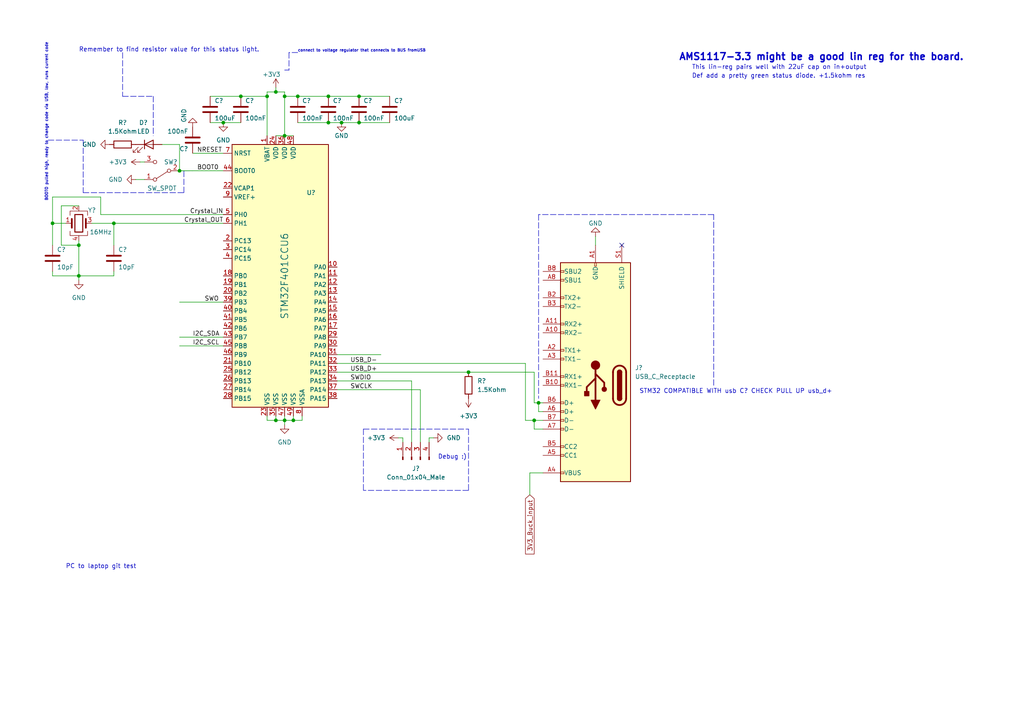
<source format=kicad_sch>
(kicad_sch (version 20211123) (generator eeschema)
  (paper "A4")
  (lib_symbols
    (symbol "Connector:Conn_01x04_Male" (pin_names (offset 1.016) hide)
      (property "Reference" "J" (at 0 5.08 0))
      (property "Value" "Conn_01x04_Male" (at 0 -7.62 0))
      (symbol "Conn_01x04_Male_1_1"
        (polyline (pts (xy 1.27 -5.08) (xy 0.8636 -5.08)) (stroke (width 0.1524)))
        (polyline (pts (xy 1.27 -2.54) (xy 0.8636 -2.54)) (stroke (width 0.1524)))
        (polyline (pts (xy 1.27 0) (xy 0.8636 0)) (stroke (width 0.1524)))
        (polyline (pts (xy 1.27 2.54) (xy 0.8636 2.54)) (stroke (width 0.1524)))
        (rectangle (start 0.8636 -4.953) (end 0 -5.207) (stroke (width 0.1524)) (fill (type outline)))
        (rectangle (start 0.8636 -2.413) (end 0 -2.667) (stroke (width 0.1524)) (fill (type outline)))
        (rectangle (start 0.8636 0.127) (end 0 -0.127) (stroke (width 0.1524)) (fill (type outline)))
        (rectangle (start 0.8636 2.667) (end 0 2.413) (stroke (width 0.1524)) (fill (type outline)))
        (pin passive line (at 5.08 2.54 180) (length 3.81) (name "Pin_1") (number "1"))
        (pin passive line (at 5.08 0 180) (length 3.81) (name "Pin_2") (number "2"))
        (pin passive line (at 5.08 -2.54 180) (length 3.81) (name "Pin_3") (number "3"))
        (pin passive line (at 5.08 -5.08 180) (length 3.81) (name "Pin_4") (number "4"))
      )
    )
    (symbol "Connector:USB_C_Receptacle" (pin_names (offset 1.016))
      (property "Reference" "J" (at -10.16 29.21 0))
      (property "Value" "USB_C_Receptacle" (at 10.16 29.21 0))
      (symbol "USB_C_Receptacle_0_0"
        (rectangle (start -0.254 -35.56) (end 0.254 -34.544))
        (rectangle (start 10.16 -32.766) (end 9.144 -33.274))
        (rectangle (start 10.16 -30.226) (end 9.144 -30.734))
        (rectangle (start 10.16 -25.146) (end 9.144 -25.654))
        (rectangle (start 10.16 -22.606) (end 9.144 -23.114))
        (rectangle (start 10.16 -17.526) (end 9.144 -18.034))
        (rectangle (start 10.16 -14.986) (end 9.144 -15.494))
        (rectangle (start 10.16 -9.906) (end 9.144 -10.414))
        (rectangle (start 10.16 -7.366) (end 9.144 -7.874))
        (rectangle (start 10.16 -2.286) (end 9.144 -2.794))
        (rectangle (start 10.16 0.254) (end 9.144 -0.254))
        (rectangle (start 10.16 5.334) (end 9.144 4.826))
        (rectangle (start 10.16 7.874) (end 9.144 7.366))
        (rectangle (start 10.16 10.414) (end 9.144 9.906))
        (rectangle (start 10.16 12.954) (end 9.144 12.446))
        (rectangle (start 10.16 18.034) (end 9.144 17.526))
        (rectangle (start 10.16 20.574) (end 9.144 20.066))
        (rectangle (start 10.16 25.654) (end 9.144 25.146))
      )
      (symbol "USB_C_Receptacle_0_1"
        (rectangle (start -10.16 27.94) (end 10.16 -35.56) (stroke (width 0.254)) (fill (type background)))
        (arc (start -8.89 -3.81) (mid -6.985 -5.715) (end -5.08 -3.81) (stroke (width 0.508)))
        (arc (start -7.62 -3.81) (mid -6.985 -4.445) (end -6.35 -3.81) (stroke (width 0.254)))
        (arc (start -7.62 -3.81) (mid -6.985 -4.445) (end -6.35 -3.81) (stroke (width 0.254)) (fill (type outline)))
        (rectangle (start -7.62 -3.81) (end -6.35 3.81) (stroke (width 0.254)) (fill (type outline)))
        (arc (start -6.35 3.81) (mid -6.985 4.445) (end -7.62 3.81) (stroke (width 0.254)))
        (arc (start -6.35 3.81) (mid -6.985 4.445) (end -7.62 3.81) (stroke (width 0.254)) (fill (type outline)))
        (arc (start -5.08 3.81) (mid -6.985 5.715) (end -8.89 3.81) (stroke (width 0.508)))
        (polyline (pts (xy -8.89 -3.81) (xy -8.89 3.81)) (stroke (width 0.508)))
        (polyline (pts (xy -5.08 3.81) (xy -5.08 -3.81)) (stroke (width 0.508)))
      )
      (symbol "USB_C_Receptacle_1_1"
        (circle (center -2.54 1.143) (radius 0.635) (stroke (width 0.254)) (fill (type outline)))
        (circle (center 0 -5.842) (radius 1.27) (fill (type outline)))
        (polyline (pts (xy 0 -5.842) (xy 0 4.318)) (stroke (width 0.508)))
        (polyline (pts (xy 0 -3.302) (xy -2.54 -0.762) (xy -2.54 0.508)) (stroke (width 0.508)))
        (polyline (pts (xy 0 -2.032) (xy 2.54 0.508) (xy 2.54 1.778)) (stroke (width 0.508)))
        (polyline (pts (xy -1.27 4.318) (xy 0 6.858) (xy 1.27 4.318) (xy -1.27 4.318)) (stroke (width 0.254)) (fill (type outline)))
        (rectangle (start 1.905 1.778) (end 3.175 3.048) (stroke (width 0.254)) (fill (type outline)))
        (pin passive line (at 0 -40.64 90) (length 5.08) (name "GND") (number "A1"))
        (pin bidirectional line (at 15.24 -15.24 180) (length 5.08) (name "RX2-") (number "A10"))
        (pin bidirectional line (at 15.24 -17.78 180) (length 5.08) (name "RX2+") (number "A11"))
        (pin passive line (at 0 -40.64 90) (length 5.08) hide (name "GND") (number "A12"))
        (pin bidirectional line (at 15.24 -10.16 180) (length 5.08) (name "TX1+") (number "A2"))
        (pin bidirectional line (at 15.24 -7.62 180) (length 5.08) (name "TX1-") (number "A3"))
        (pin passive line (at 15.24 25.4 180) (length 5.08) (name "VBUS") (number "A4"))
        (pin bidirectional line (at 15.24 20.32 180) (length 5.08) (name "CC1") (number "A5"))
        (pin bidirectional line (at 15.24 7.62 180) (length 5.08) (name "D+") (number "A6"))
        (pin bidirectional line (at 15.24 12.7 180) (length 5.08) (name "D-") (number "A7"))
        (pin bidirectional line (at 15.24 -30.48 180) (length 5.08) (name "SBU1") (number "A8"))
        (pin passive line (at 15.24 25.4 180) (length 5.08) hide (name "VBUS") (number "A9"))
        (pin passive line (at 0 -40.64 90) (length 5.08) hide (name "GND") (number "B1"))
        (pin bidirectional line (at 15.24 0 180) (length 5.08) (name "RX1-") (number "B10"))
        (pin bidirectional line (at 15.24 -2.54 180) (length 5.08) (name "RX1+") (number "B11"))
        (pin passive line (at 0 -40.64 90) (length 5.08) hide (name "GND") (number "B12"))
        (pin bidirectional line (at 15.24 -25.4 180) (length 5.08) (name "TX2+") (number "B2"))
        (pin bidirectional line (at 15.24 -22.86 180) (length 5.08) (name "TX2-") (number "B3"))
        (pin passive line (at 15.24 25.4 180) (length 5.08) hide (name "VBUS") (number "B4"))
        (pin bidirectional line (at 15.24 17.78 180) (length 5.08) (name "CC2") (number "B5"))
        (pin bidirectional line (at 15.24 5.08 180) (length 5.08) (name "D+") (number "B6"))
        (pin bidirectional line (at 15.24 10.16 180) (length 5.08) (name "D-") (number "B7"))
        (pin bidirectional line (at 15.24 -33.02 180) (length 5.08) (name "SBU2") (number "B8"))
        (pin passive line (at 15.24 25.4 180) (length 5.08) hide (name "VBUS") (number "B9"))
        (pin passive line (at -7.62 -40.64 90) (length 5.08) (name "SHIELD") (number "S1"))
      )
    )
    (symbol "Device:C" (pin_numbers hide) (pin_names (offset 0.254))
      (property "Reference" "C" (at 0.635 2.54 0))
      (property "Value" "C" (at 0.635 -2.54 0))
      (symbol "C_0_1"
        (polyline (pts (xy -2.032 -0.762) (xy 2.032 -0.762)) (stroke (width 0.508)))
        (polyline (pts (xy -2.032 0.762) (xy 2.032 0.762)) (stroke (width 0.508)))
      )
      (symbol "C_1_1"
        (pin passive line (at 0 3.81 270) (length 2.794) (name "~") (number "1"))
        (pin passive line (at 0 -3.81 90) (length 2.794) (name "~") (number "2"))
      )
    )
    (symbol "Device:Crystal_GND24" (pin_names (offset 1.016) hide)
      (property "Reference" "Y" (at 3.175 5.08 0))
      (property "Value" "Crystal_GND24" (at 3.175 3.175 0))
      (symbol "Crystal_GND24_0_1"
        (rectangle (start -1.143 2.54) (end 1.143 -2.54) (stroke (width 0.3048)))
        (polyline (pts (xy -2.54 0) (xy -2.032 0)))
        (polyline (pts (xy -2.032 -1.27) (xy -2.032 1.27)) (stroke (width 0.508)))
        (polyline (pts (xy 0 -3.81) (xy 0 -3.556)))
        (polyline (pts (xy 0 3.556) (xy 0 3.81)))
        (polyline (pts (xy 2.032 -1.27) (xy 2.032 1.27)) (stroke (width 0.508)))
        (polyline (pts (xy 2.032 0) (xy 2.54 0)))
        (polyline (pts (xy -2.54 -2.286) (xy -2.54 -3.556) (xy 2.54 -3.556) (xy 2.54 -2.286)))
        (polyline (pts (xy -2.54 2.286) (xy -2.54 3.556) (xy 2.54 3.556) (xy 2.54 2.286)))
      )
      (symbol "Crystal_GND24_1_1"
        (pin passive line (at -3.81 0 0) (length 1.27) (name "1") (number "1"))
        (pin passive line (at 0 5.08 270) (length 1.27) (name "2") (number "2"))
        (pin passive line (at 3.81 0 180) (length 1.27) (name "3") (number "3"))
        (pin passive line (at 0 -5.08 90) (length 1.27) (name "4") (number "4"))
      )
    )
    (symbol "Device:LED" (pin_numbers hide) (pin_names (offset 1.016) hide)
      (property "Reference" "D" (at 0 2.54 0))
      (property "Value" "LED" (at 0 -2.54 0))
      (symbol "LED_0_1"
        (polyline (pts (xy -1.27 -1.27) (xy -1.27 1.27)) (stroke (width 0.254)))
        (polyline (pts (xy -1.27 0) (xy 1.27 0)))
        (polyline (pts (xy 1.27 -1.27) (xy 1.27 1.27) (xy -1.27 0) (xy 1.27 -1.27)) (stroke (width 0.254)))
        (polyline (pts (xy -3.048 -0.762) (xy -4.572 -2.286) (xy -3.81 -2.286) (xy -4.572 -2.286) (xy -4.572 -1.524)))
        (polyline (pts (xy -1.778 -0.762) (xy -3.302 -2.286) (xy -2.54 -2.286) (xy -3.302 -2.286) (xy -3.302 -1.524)))
      )
      (symbol "LED_1_1"
        (pin passive line (at -3.81 0 0) (length 2.54) (name "K") (number "1"))
        (pin passive line (at 3.81 0 180) (length 2.54) (name "A") (number "2"))
      )
    )
    (symbol "Device:R" (pin_numbers hide) (pin_names (offset 0))
      (property "Reference" "R" (at 2.032 0 90))
      (property "Value" "R" (at 0 0 90))
      (symbol "R_0_1"
        (rectangle (start -1.016 -2.54) (end 1.016 2.54) (stroke (width 0.254)))
      )
      (symbol "R_1_1"
        (pin passive line (at 0 3.81 270) (length 1.27) (name "~") (number "1"))
        (pin passive line (at 0 -3.81 90) (length 1.27) (name "~") (number "2"))
      )
    )
    (symbol "MCU_ST_STM32F4:STM32F401CCUx"
      (property "Reference" "U" (at -15.24 39.37 0))
      (property "Value" "STM32F401CCUx" (at 5.08 39.37 0))
      (symbol "STM32F401CCUx_0_1"
        (rectangle (start -15.24 -38.1) (end 12.7 38.1) (stroke (width 0.254)) (fill (type background)))
      )
      (symbol "STM32F401CCUx_1_1"
        (pin power_in line (at -5.08 40.64 270) (length 2.54) (name "VBAT") (number "1"))
        (pin bidirectional line (at 15.24 2.54 180) (length 2.54) (name "PA0") (number "10"))
        (pin bidirectional line (at 15.24 0 180) (length 2.54) (name "PA1") (number "11"))
        (pin bidirectional line (at 15.24 -2.54 180) (length 2.54) (name "PA2") (number "12"))
        (pin bidirectional line (at 15.24 -5.08 180) (length 2.54) (name "PA3") (number "13"))
        (pin bidirectional line (at 15.24 -7.62 180) (length 2.54) (name "PA4") (number "14"))
        (pin bidirectional line (at 15.24 -10.16 180) (length 2.54) (name "PA5") (number "15"))
        (pin bidirectional line (at 15.24 -12.7 180) (length 2.54) (name "PA6") (number "16"))
        (pin bidirectional line (at 15.24 -15.24 180) (length 2.54) (name "PA7") (number "17"))
        (pin bidirectional line (at -17.78 0 0) (length 2.54) (name "PB0") (number "18"))
        (pin bidirectional line (at -17.78 -2.54 0) (length 2.54) (name "PB1") (number "19"))
        (pin bidirectional line (at -17.78 10.16 0) (length 2.54) (name "PC13") (number "2"))
        (pin bidirectional line (at -17.78 -5.08 0) (length 2.54) (name "PB2") (number "20"))
        (pin bidirectional line (at -17.78 -25.4 0) (length 2.54) (name "PB10") (number "21"))
        (pin power_in line (at -17.78 25.4 0) (length 2.54) (name "VCAP1") (number "22"))
        (pin power_in line (at -5.08 -40.64 90) (length 2.54) (name "VSS") (number "23"))
        (pin power_in line (at -2.54 40.64 270) (length 2.54) (name "VDD") (number "24"))
        (pin bidirectional line (at -17.78 -27.94 0) (length 2.54) (name "PB12") (number "25"))
        (pin bidirectional line (at -17.78 -30.48 0) (length 2.54) (name "PB13") (number "26"))
        (pin bidirectional line (at -17.78 -33.02 0) (length 2.54) (name "PB14") (number "27"))
        (pin bidirectional line (at -17.78 -35.56 0) (length 2.54) (name "PB15") (number "28"))
        (pin bidirectional line (at 15.24 -17.78 180) (length 2.54) (name "PA8") (number "29"))
        (pin bidirectional line (at -17.78 7.62 0) (length 2.54) (name "PC14") (number "3"))
        (pin bidirectional line (at 15.24 -20.32 180) (length 2.54) (name "PA9") (number "30"))
        (pin bidirectional line (at 15.24 -22.86 180) (length 2.54) (name "PA10") (number "31"))
        (pin bidirectional line (at 15.24 -25.4 180) (length 2.54) (name "PA11") (number "32"))
        (pin bidirectional line (at 15.24 -27.94 180) (length 2.54) (name "PA12") (number "33"))
        (pin bidirectional line (at 15.24 -30.48 180) (length 2.54) (name "PA13") (number "34"))
        (pin power_in line (at -2.54 -40.64 90) (length 2.54) (name "VSS") (number "35"))
        (pin power_in line (at 0 40.64 270) (length 2.54) (name "VDD") (number "36"))
        (pin bidirectional line (at 15.24 -33.02 180) (length 2.54) (name "PA14") (number "37"))
        (pin bidirectional line (at 15.24 -35.56 180) (length 2.54) (name "PA15") (number "38"))
        (pin bidirectional line (at -17.78 -7.62 0) (length 2.54) (name "PB3") (number "39"))
        (pin bidirectional line (at -17.78 5.08 0) (length 2.54) (name "PC15") (number "4"))
        (pin bidirectional line (at -17.78 -10.16 0) (length 2.54) (name "PB4") (number "40"))
        (pin bidirectional line (at -17.78 -12.7 0) (length 2.54) (name "PB5") (number "41"))
        (pin bidirectional line (at -17.78 -15.24 0) (length 2.54) (name "PB6") (number "42"))
        (pin bidirectional line (at -17.78 -17.78 0) (length 2.54) (name "PB7") (number "43"))
        (pin input line (at -17.78 30.48 0) (length 2.54) (name "BOOT0") (number "44"))
        (pin bidirectional line (at -17.78 -20.32 0) (length 2.54) (name "PB8") (number "45"))
        (pin bidirectional line (at -17.78 -22.86 0) (length 2.54) (name "PB9") (number "46"))
        (pin power_in line (at 0 -40.64 90) (length 2.54) (name "VSS") (number "47"))
        (pin power_in line (at 2.54 40.64 270) (length 2.54) (name "VDD") (number "48"))
        (pin power_in line (at 2.54 -40.64 90) (length 2.54) (name "VSS") (number "49"))
        (pin input line (at -17.78 17.78 0) (length 2.54) (name "PH0") (number "5"))
        (pin input line (at -17.78 15.24 0) (length 2.54) (name "PH1") (number "6"))
        (pin input line (at -17.78 35.56 0) (length 2.54) (name "NRST") (number "7"))
        (pin power_in line (at 5.08 -40.64 90) (length 2.54) (name "VSSA") (number "8"))
        (pin power_in line (at -17.78 22.86 0) (length 2.54) (name "VREF+") (number "9"))
      )
    )
    (symbol "Switch:SW_SPDT" (pin_names (offset 0) hide)
      (property "Reference" "SW" (at 0 4.318 0))
      (property "Value" "SW_SPDT" (at 0 -5.08 0))
      (symbol "SW_SPDT_0_0"
        (circle (center -2.032 0) (radius 0.508))
        (circle (center 2.032 -2.54) (radius 0.508))
      )
      (symbol "SW_SPDT_0_1"
        (polyline (pts (xy -1.524 0.254) (xy 1.651 2.286)))
        (circle (center 2.032 2.54) (radius 0.508))
      )
      (symbol "SW_SPDT_1_1"
        (pin passive line (at 5.08 2.54 180) (length 2.54) (name "A") (number "1"))
        (pin passive line (at -5.08 0 0) (length 2.54) (name "B") (number "2"))
        (pin passive line (at 5.08 -2.54 180) (length 2.54) (name "C") (number "3"))
      )
    )
    (symbol "power:+3V3" (power) (pin_names (offset 0))
      (property "Value" "+3V3" (at 0 3.556 0))
      (symbol "+3V3_0_1"
        (polyline (pts (xy -0.762 1.27) (xy 0 2.54)))
        (polyline (pts (xy 0 0) (xy 0 2.54)))
        (polyline (pts (xy 0 2.54) (xy 0.762 1.27)))
      )
      (symbol "+3V3_1_1"
        (pin power_in line (at 0 0 90) (length 0) hide (name "+3V3") (number "1"))
      )
    )
    (symbol "power:GND" (power) (pin_names (offset 0))
      (property "Value" "GND" (at 0 -3.81 0))
      (symbol "GND_0_1"
        (polyline (pts (xy 0 0) (xy 0 -1.27) (xy 1.27 -1.27) (xy 0 -2.54) (xy -1.27 -1.27) (xy 0 -1.27)))
      )
      (symbol "GND_1_1"
        (pin power_in line (at 0 0 270) (length 0) hide (name "GND") (number "1"))
      )
    )
  )
  (junction (at 15.24 64.77))
  (junction (at 86.36 27.94))
  (junction (at 82.55 121.92))
  (junction (at 82.55 39.37))
  (junction (at 64.77 35.56))
  (junction (at 52.07 49.53))
  (junction (at 104.14 27.94))
  (junction (at 22.86 80.01))
  (junction (at 77.47 27.94))
  (junction (at 80.01 26.67))
  (junction (at 33.02 64.77))
  (junction (at 69.85 27.94))
  (junction (at 22.86 71.12))
  (junction (at 80.01 121.92))
  (junction (at 156.21 116.84))
  (junction (at 95.25 27.94))
  (junction (at 82.55 27.94))
  (junction (at 135.89 107.95))
  (junction (at 104.14 35.56))
  (junction (at 85.09 121.92))
  (junction (at 95.25 35.56))
  (junction (at 99.06 35.56))
  (junction (at 154.94 121.92))
  (no_connect (at 180.34 71.12))
  (wire (pts (xy 95.25 35.56) (xy 99.06 35.56)))
  (wire (pts (xy 29.21 62.23) (xy 64.77 62.23)))
  (wire (pts (xy 80.01 25.4) (xy 80.01 26.67)))
  (wire (pts (xy 104.14 35.56) (xy 113.03 35.56)))
  (polyline (pts (xy 35.56 15.24) (xy 35.56 27.94)))
  (polyline (pts (xy 24.13 40.64) (xy 24.13 55.88)))
  (polyline (pts (xy 135.89 142.24) (xy 105.41 142.24)))
  (wire (pts (xy 156.21 119.38) (xy 157.48 119.38)))
  (wire (pts (xy 82.55 123.19) (xy 82.55 121.92)))
  (wire (pts (xy 82.55 27.94) (xy 86.36 27.94)))
  (wire (pts (xy 33.02 64.77) (xy 64.77 64.77)))
  (polyline (pts (xy 82.55 20.32) (xy 83.82 20.32)))
  (wire (pts (xy 15.24 64.77) (xy 15.24 71.12)))
  (polyline (pts (xy 13.97 40.64) (xy 24.13 40.64)))
  (wire (pts (xy 52.07 87.63) (xy 64.77 87.63)))
  (wire (pts (xy 153.67 137.16) (xy 153.67 143.51)))
  (wire (pts (xy 154.94 116.84) (xy 156.21 116.84)))
  (wire (pts (xy 77.47 121.92) (xy 80.01 121.92)))
  (polyline (pts (xy 207.01 111.76) (xy 207.01 62.23)))
  (wire (pts (xy 77.47 27.94) (xy 77.47 39.37)))
  (wire (pts (xy 22.86 80.01) (xy 33.02 80.01)))
  (wire (pts (xy 77.47 120.65) (xy 77.47 121.92)))
  (wire (pts (xy 39.37 52.07) (xy 41.91 52.07)))
  (wire (pts (xy 15.24 78.74) (xy 15.24 80.01)))
  (wire (pts (xy 85.09 120.65) (xy 85.09 121.92)))
  (wire (pts (xy 157.48 137.16) (xy 153.67 137.16)))
  (wire (pts (xy 154.94 107.95) (xy 154.94 116.84)))
  (wire (pts (xy 87.63 120.65) (xy 87.63 121.92)))
  (wire (pts (xy 77.47 26.67) (xy 77.47 27.94)))
  (polyline (pts (xy 207.01 62.23) (xy 156.21 62.23)))
  (wire (pts (xy 154.94 121.92) (xy 154.94 124.46)))
  (wire (pts (xy 119.38 110.49) (xy 119.38 128.27)))
  (wire (pts (xy 99.06 35.56) (xy 104.14 35.56)))
  (polyline (pts (xy 35.56 27.94) (xy 44.45 27.94)))
  (wire (pts (xy 22.86 80.01) (xy 22.86 81.28)))
  (wire (pts (xy 85.09 121.92) (xy 82.55 121.92)))
  (wire (pts (xy 60.96 35.56) (xy 64.77 35.56)))
  (polyline (pts (xy 105.41 124.46) (xy 135.89 124.46)))
  (wire (pts (xy 80.01 120.65) (xy 80.01 121.92)))
  (wire (pts (xy 97.79 113.03) (xy 121.92 113.03)))
  (wire (pts (xy 115.57 127) (xy 116.84 127)))
  (wire (pts (xy 87.63 121.92) (xy 85.09 121.92)))
  (polyline (pts (xy 135.89 124.46) (xy 135.89 142.24)))
  (wire (pts (xy 52.07 100.33) (xy 64.77 100.33)))
  (polyline (pts (xy 83.82 15.24) (xy 83.82 20.32)))
  (wire (pts (xy 86.36 27.94) (xy 95.25 27.94)))
  (wire (pts (xy 152.4 105.41) (xy 152.4 121.92)))
  (wire (pts (xy 29.21 62.23) (xy 29.21 57.15)))
  (wire (pts (xy 97.79 110.49) (xy 119.38 110.49)))
  (polyline (pts (xy 86.36 15.24) (xy 83.82 15.24)))
  (wire (pts (xy 82.55 39.37) (xy 85.09 39.37)))
  (wire (pts (xy 52.07 49.53) (xy 64.77 49.53)))
  (wire (pts (xy 15.24 80.01) (xy 22.86 80.01)))
  (wire (pts (xy 124.46 127) (xy 125.73 127)))
  (wire (pts (xy 33.02 64.77) (xy 33.02 71.12)))
  (wire (pts (xy 104.14 27.94) (xy 113.03 27.94)))
  (wire (pts (xy 55.88 44.45) (xy 64.77 44.45)))
  (polyline (pts (xy 156.21 62.23) (xy 156.21 115.57)))
  (wire (pts (xy 15.24 64.77) (xy 19.05 64.77)))
  (wire (pts (xy 97.79 107.95) (xy 135.89 107.95)))
  (wire (pts (xy 60.96 27.94) (xy 69.85 27.94)))
  (wire (pts (xy 15.24 57.15) (xy 15.24 64.77)))
  (wire (pts (xy 22.86 69.85) (xy 22.86 71.12)))
  (wire (pts (xy 52.07 97.79) (xy 64.77 97.79)))
  (wire (pts (xy 26.67 64.77) (xy 33.02 64.77)))
  (wire (pts (xy 46.99 41.91) (xy 52.07 41.91)))
  (wire (pts (xy 80.01 39.37) (xy 82.55 39.37)))
  (wire (pts (xy 156.21 116.84) (xy 157.48 116.84)))
  (wire (pts (xy 22.86 71.12) (xy 22.86 80.01)))
  (wire (pts (xy 22.86 59.69) (xy 17.78 59.69)))
  (wire (pts (xy 154.94 121.92) (xy 157.48 121.92)))
  (polyline (pts (xy 44.45 27.94) (xy 44.45 39.37)))
  (wire (pts (xy 33.02 80.01) (xy 33.02 78.74)))
  (wire (pts (xy 95.25 27.94) (xy 104.14 27.94)))
  (wire (pts (xy 77.47 26.67) (xy 80.01 26.67)))
  (wire (pts (xy 135.89 107.95) (xy 154.94 107.95)))
  (polyline (pts (xy 53.34 49.53) (xy 55.88 49.53)))
  (wire (pts (xy 80.01 26.67) (xy 82.55 26.67)))
  (wire (pts (xy 52.07 41.91) (xy 52.07 49.53)))
  (wire (pts (xy 97.79 102.87) (xy 110.49 102.87)))
  (wire (pts (xy 29.21 57.15) (xy 15.24 57.15)))
  (wire (pts (xy 82.55 27.94) (xy 82.55 39.37)))
  (wire (pts (xy 97.79 105.41) (xy 152.4 105.41)))
  (wire (pts (xy 82.55 26.67) (xy 82.55 27.94)))
  (wire (pts (xy 69.85 27.94) (xy 77.47 27.94)))
  (polyline (pts (xy 53.34 55.88) (xy 53.34 49.53)))
  (wire (pts (xy 172.72 68.58) (xy 172.72 71.12)))
  (wire (pts (xy 64.77 35.56) (xy 69.85 35.56)))
  (wire (pts (xy 156.21 116.84) (xy 156.21 119.38)))
  (wire (pts (xy 121.92 113.03) (xy 121.92 128.27)))
  (wire (pts (xy 17.78 59.69) (xy 17.78 71.12)))
  (wire (pts (xy 116.84 128.27) (xy 116.84 127)))
  (wire (pts (xy 152.4 121.92) (xy 154.94 121.92)))
  (wire (pts (xy 17.78 71.12) (xy 22.86 71.12)))
  (wire (pts (xy 82.55 120.65) (xy 82.55 121.92)))
  (wire (pts (xy 80.01 121.92) (xy 82.55 121.92)))
  (wire (pts (xy 124.46 128.27) (xy 124.46 127)))
  (wire (pts (xy 40.64 46.99) (xy 41.91 46.99)))
  (wire (pts (xy 86.36 35.56) (xy 95.25 35.56)))
  (polyline (pts (xy 105.41 124.46) (xy 105.41 142.24)))
  (wire (pts (xy 154.94 124.46) (xy 157.48 124.46)))
  (polyline (pts (xy 24.13 55.88) (xy 53.34 55.88)))
  (text "Def add a pretty green status diode. +1.5kohm res" (at 200.66 22.86 0) (effects (font (size 1.27 1.27)) (justify left bottom)))
  (text "Debug :)" (at 127 133.35 0) (effects (font (size 1.27 1.27)) (justify left bottom)))
  (text "STM32 COMPATIBLE WITH usb C? CHECK PULL UP usb_d+" (at 185.42 114.3 0) (effects (font (size 1.27 1.27)) (justify left bottom)))
  (text "PC to laptop git test" (at 19.05 165.1 0) (effects (font (size 1.27 1.27)) (justify left bottom)))
  (text "This lin-reg pairs well with 22uF cap on in+output" (at 200.66 20.32 0) (effects (font (size 1.27 1.27)) (justify left bottom)))
  (text "BOOTO pulled high, ready to change code via USB, low, runs current code" (at 13.97 58.42 90) (effects (font (size 0.8 0.8)) (justify left bottom)))
  (text "AMS1117-3.3 might be a good lin reg for the board." (at 196.85 17.78 0) (effects (font (size 2 2) (thickness 0.4) bold) (justify left bottom)))
  (text "connect to voltage regulator that connects to BUS fromUSB " (at 86.36 15.24 0) (effects (font (size 0.8 0.8)) (justify left bottom)))
  (text "Remember to find resistor value for this status light." (at 22.86 15.24 0) (effects (font (size 1.27 1.27)) (justify left bottom)))
  (label "I2C_SCL" (at 55.88 100.33 0))
  (label "USB_D-" (at 101.6 105.41 0))
  (label "BOOT0" (at 57.15 49.53 0))
  (label "Crystal_OUT" (at 64.77 64.77 180))
  (label "SWO" (at 63.5 87.63 180))
  (label "USB_D+" (at 101.6 107.95 0))
  (label "SWCLK" (at 101.6 113.03 0))
  (label "NRESET" (at 57.15 44.45 0))
  (label "Crystal_IN" (at 64.77 62.23 180))
  (label "SWDIO" (at 101.6 110.49 0))
  (label "I2C_SDA" (at 55.88 97.79 0))
  (global_label "3V3_Buck_input" (shape input) (at 153.67 143.51 270) (property "Intersheet References" "${INTERSHEET_REFS}" (effects hide)))
  (symbol (lib_id "Connector:USB_C_Receptacle") (at 172.72 111.76 180) (unit 1)
    (property "Reference" "J?" (at 184.15 106.6799 0) (effects (justify right)))
    (property "Value" "USB_C_Receptacle" (at 184.15 109.2199 0) (effects (justify right)))
    (property "Datasheet" "https://www.usb.org/sites/default/files/documents/usb_type-c.zip" (effects hide))
  )
  (symbol (lib_id "MCU_ST_STM32F4:STM32F401CCUx") (at 82.55 80.01 0) (unit 1)
    (property "Reference" "U?" (at 88.9 55.88 0) (effects (justify left)))
    (property "Value" "STM32F401CCU6" (at 82.55 92.71 90) (effects (font (size 2 2)) (justify left)))
    (property "Footprint" "Package_DFN_QFN:QFN-48-1EP_7x7mm_P0.5mm_EP5.6x5.6mm" (effects hide))
    (property "Datasheet" "http://www.st.com/st-web-ui/static/active/en/resource/technical/document/datasheet/DM00086815.pdf" (effects hide))
  )
  (symbol (lib_id "Device:LED") (at 43.18 41.91 0) (unit 1)
    (property "Reference" "D?" (at 41.5925 35.56 0))
    (property "Value" "LED" (at 41.5925 38.1 0))
  )
  (symbol (lib_id "power:+3V3") (at 115.57 127 90) (unit 1)
    (property "Reference" "#PWR?" (effects hide))
    (property "Value" "+3V3" (at 111.76 126.9999 90) (effects (justify left)))
  )
  (symbol (lib_id "power:GND") (at 125.73 127 90) (unit 1)
    (property "Reference" "#PWR?" (effects hide))
    (property "Value" "GND" (at 129.54 126.9999 90) (effects (justify right)))
  )
  (symbol (lib_id "Device:C") (at 60.96 31.75 0) (unit 1)
    (property "Reference" "C?" (at 62.23 29.21 0) (effects (justify left)))
    (property "Value" "100uF" (at 62.23 34.29 0) (effects (justify left)))
  )
  (symbol (lib_id "power:GND") (at 39.37 52.07 270) (unit 1)
    (property "Reference" "#PWR?" (effects hide))
    (property "Value" "GND" (at 35.56 52.0699 90) (effects (justify right)))
  )
  (symbol (lib_id "power:GND") (at 64.77 35.56 0) (unit 1)
    (property "Reference" "#PWR?" (effects hide))
    (property "Value" "GND" (at 64.77 40.64 0))
  )
  (symbol (lib_id "power:+3V3") (at 80.01 25.4 0) (unit 1)
    (property "Reference" "#PWR?" (effects hide))
    (property "Value" "+3V3" (at 78.74 21.59 0))
  )
  (symbol (lib_id "Device:Crystal_GND24") (at 22.86 64.77 0) (unit 1)
    (property "Reference" "Y?" (at 26.67 60.96 0))
    (property "Value" "16MHz" (at 29.21 67.31 0))
  )
  (symbol (lib_id "Device:C") (at 95.25 31.75 0) (unit 1)
    (property "Reference" "C?" (at 96.52 29.21 0) (effects (justify left)))
    (property "Value" "100nF" (at 96.52 34.29 0) (effects (justify left)))
  )
  (symbol (lib_id "Connector:Conn_01x04_Male") (at 119.38 133.35 90) (unit 1)
    (property "Reference" "J?" (at 120.65 135.89 90))
    (property "Value" "Conn_01x04_Male" (at 120.65 138.43 90))
  )
  (symbol (lib_id "Device:C") (at 104.14 31.75 0) (unit 1)
    (property "Reference" "C?" (at 105.41 29.21 0) (effects (justify left)))
    (property "Value" "100nF" (at 105.41 34.29 0) (effects (justify left)))
  )
  (symbol (lib_id "power:+3V3") (at 40.64 46.99 90) (unit 1)
    (property "Reference" "#PWR?" (effects hide))
    (property "Value" "+3V3" (at 36.83 46.9899 90) (effects (justify left)))
  )
  (symbol (lib_id "power:GND") (at 99.06 35.56 0) (unit 1)
    (property "Reference" "#PWR?" (effects hide))
    (property "Value" "GND" (at 99.06 39.37 0))
  )
  (symbol (lib_id "Device:C") (at 69.85 31.75 0) (unit 1)
    (property "Reference" "C?" (at 71.12 29.21 0) (effects (justify left)))
    (property "Value" "100nF" (at 71.12 34.29 0) (effects (justify left)))
  )
  (symbol (lib_id "Device:C") (at 15.24 74.93 0) (unit 1)
    (property "Reference" "C?" (at 16.51 72.39 0) (effects (justify left)))
    (property "Value" "10pF" (at 16.51 77.47 0) (effects (justify left)))
  )
  (symbol (lib_id "power:GND") (at 55.88 36.83 180) (unit 1)
    (property "Reference" "#PWR?" (effects hide))
    (property "Value" "GND" (at 53.34 35.56 90) (effects (justify right)))
  )
  (symbol (lib_id "Device:C") (at 33.02 74.93 0) (unit 1)
    (property "Reference" "C?" (at 34.29 72.39 0) (effects (justify left)))
    (property "Value" "10pF" (at 34.29 77.47 0) (effects (justify left)))
  )
  (symbol (lib_id "power:GND") (at 172.72 68.58 180) (unit 1)
    (property "Reference" "#PWR?" (effects hide))
    (property "Value" "GND" (at 172.72 64.77 0))
  )
  (symbol (lib_id "power:GND") (at 82.55 123.19 0) (unit 1)
    (property "Reference" "#PWR?" (effects hide))
    (property "Value" "GND" (at 82.55 128.27 0))
  )
  (symbol (lib_id "Device:R") (at 135.89 111.76 0) (unit 1)
    (property "Reference" "R?" (at 138.43 110.4899 0) (effects (justify left)))
    (property "Value" "1.5Kohm" (at 138.43 113.03 0) (effects (justify left)))
  )
  (symbol (lib_id "power:+3V3") (at 135.89 115.57 180) (unit 1)
    (property "Reference" "#PWR?" (effects hide))
    (property "Value" "+3V3" (at 135.89 120.65 0))
  )
  (symbol (lib_id "Device:R") (at 35.56 41.91 270) (unit 1)
    (property "Reference" "R?" (at 35.56 35.56 90))
    (property "Value" "1.5Kohm" (at 35.56 38.1 90))
  )
  (symbol (lib_id "Switch:SW_SPDT") (at 46.99 49.53 180) (unit 1)
    (property "Reference" "SW?" (at 49.53 46.99 0))
    (property "Value" "SW_SPDT" (at 46.99 54.61 0))
  )
  (symbol (lib_id "power:GND") (at 31.75 41.91 270) (unit 1)
    (property "Reference" "#PWR?" (effects hide))
    (property "Value" "GND" (at 27.94 41.9099 90) (effects (justify right)))
  )
  (symbol (lib_id "Device:C") (at 55.88 40.64 180) (unit 1)
    (property "Reference" "C?" (at 54.61 43.18 0) (effects (justify left)))
    (property "Value" "100nF" (at 54.61 38.1 0) (effects (justify left)))
  )
  (symbol (lib_id "power:GND") (at 22.86 81.28 0) (unit 1)
    (property "Reference" "#PWR?" (effects hide))
    (property "Value" "GND" (at 22.86 86.36 0))
  )
  (symbol (lib_id "Device:C") (at 113.03 31.75 0) (unit 1)
    (property "Reference" "C?" (at 114.3 29.21 0) (effects (justify left)))
    (property "Value" "100uF" (at 114.3 34.29 0) (effects (justify left)))
  )
  (symbol (lib_id "Device:C") (at 86.36 31.75 0) (unit 1)
    (property "Reference" "C?" (at 87.63 29.21 0) (effects (justify left)))
    (property "Value" "100nF" (at 87.63 34.29 0) (effects (justify left)))
  )
)
</source>
